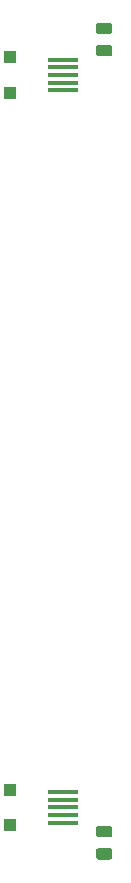
<source format=gbr>
%TF.GenerationSoftware,KiCad,Pcbnew,5.1.6-c6e7f7d~87~ubuntu20.04.1*%
%TF.CreationDate,2020-09-18T22:39:02-07:00*%
%TF.ProjectId,multi-way-usb,6d756c74-692d-4776-9179-2d7573622e6b,rev?*%
%TF.SameCoordinates,Original*%
%TF.FileFunction,Paste,Top*%
%TF.FilePolarity,Positive*%
%FSLAX46Y46*%
G04 Gerber Fmt 4.6, Leading zero omitted, Abs format (unit mm)*
G04 Created by KiCad (PCBNEW 5.1.6-c6e7f7d~87~ubuntu20.04.1) date 2020-09-18 22:39:02*
%MOMM*%
%LPD*%
G01*
G04 APERTURE LIST*
%ADD10R,1.100000X1.100000*%
%ADD11R,2.650000X0.400000*%
G04 APERTURE END LIST*
D10*
%TO.C,J26*%
X-45000000Y-29500000D03*
X-45000000Y-32500000D03*
D11*
X-40440000Y-31000000D03*
X-40440000Y-30350000D03*
X-40440000Y-29700000D03*
X-40440000Y-31650000D03*
X-40440000Y-32300000D03*
%TD*%
%TO.C,D2*%
G36*
G01*
X-36543750Y-33550000D02*
X-37456250Y-33550000D01*
G75*
G02*
X-37700000Y-33306250I0J243750D01*
G01*
X-37700000Y-32818750D01*
G75*
G02*
X-37456250Y-32575000I243750J0D01*
G01*
X-36543750Y-32575000D01*
G75*
G02*
X-36300000Y-32818750I0J-243750D01*
G01*
X-36300000Y-33306250D01*
G75*
G02*
X-36543750Y-33550000I-243750J0D01*
G01*
G37*
G36*
G01*
X-36543750Y-35425000D02*
X-37456250Y-35425000D01*
G75*
G02*
X-37700000Y-35181250I0J243750D01*
G01*
X-37700000Y-34693750D01*
G75*
G02*
X-37456250Y-34450000I243750J0D01*
G01*
X-36543750Y-34450000D01*
G75*
G02*
X-36300000Y-34693750I0J-243750D01*
G01*
X-36300000Y-35181250D01*
G75*
G02*
X-36543750Y-35425000I-243750J0D01*
G01*
G37*
%TD*%
D10*
%TO.C,J25*%
X-45000000Y32500000D03*
X-45000000Y29500000D03*
D11*
X-40440000Y31000000D03*
X-40440000Y31650000D03*
X-40440000Y32300000D03*
X-40440000Y30350000D03*
X-40440000Y29700000D03*
%TD*%
%TO.C,D1*%
G36*
G01*
X-37456250Y33550000D02*
X-36543750Y33550000D01*
G75*
G02*
X-36300000Y33306250I0J-243750D01*
G01*
X-36300000Y32818750D01*
G75*
G02*
X-36543750Y32575000I-243750J0D01*
G01*
X-37456250Y32575000D01*
G75*
G02*
X-37700000Y32818750I0J243750D01*
G01*
X-37700000Y33306250D01*
G75*
G02*
X-37456250Y33550000I243750J0D01*
G01*
G37*
G36*
G01*
X-37456250Y35425000D02*
X-36543750Y35425000D01*
G75*
G02*
X-36300000Y35181250I0J-243750D01*
G01*
X-36300000Y34693750D01*
G75*
G02*
X-36543750Y34450000I-243750J0D01*
G01*
X-37456250Y34450000D01*
G75*
G02*
X-37700000Y34693750I0J243750D01*
G01*
X-37700000Y35181250D01*
G75*
G02*
X-37456250Y35425000I243750J0D01*
G01*
G37*
%TD*%
M02*

</source>
